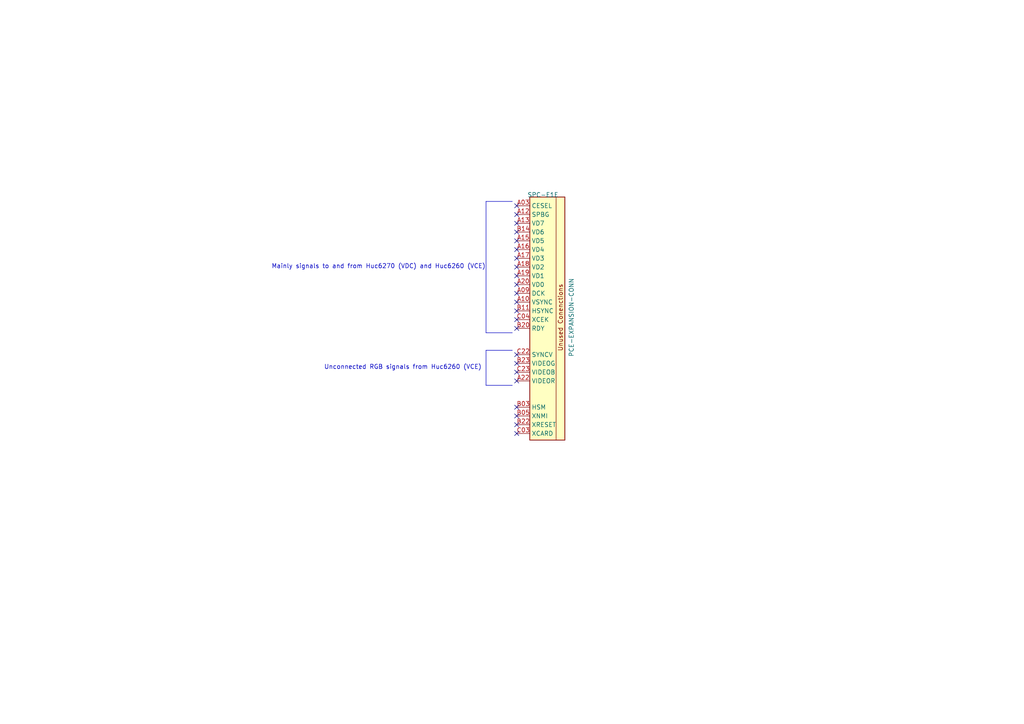
<source format=kicad_sch>
(kicad_sch (version 20231120) (generator "eeschema") (generator_version "8.0")
  (paper "A4")
  (title_block (title "NEC PC-Engine IFU-30") (date "2024-04-09") (rev "0.2") (comment 1 "Author: Regis Galland"))
  (lib_symbols
    (symbol "IFU-30:PCE-EXPANSION-CONN"
      (property "Reference" "SPC-E" (at 7.874 3.81 0))
      (property "Value" "PCE-EXPANSION-CONN" (at 7.874 5.715 0))
      (symbol "PCE-EXPANSION-CONN_1_0"
        (polyline (pts (xy 8.89 2.54) (xy 8.89 -53.34)) (stroke (width 0.1524)))
      )
      (symbol "PCE-EXPANSION-CONN_1_1"
        (rectangle (start 3.81 2.54) (end 11.43 -53.34) (stroke (width 0.254)) (fill (type background)))
        (text "Address Bus" (at 10.16 -24.892 900) (effects (font (size 1.27 1.27))))
        (pin passive line (at 0 -45.72 0) (length 3.81) (name "A18") (number "A04"))
        (pin passive line (at 0 -35.56 0) (length 3.81) (name "A14") (number "A05"))
        (pin passive line (at 0 -22.86 0) (length 3.81) (name "A9") (number "A06"))
        (pin passive line (at 0 -25.4 0) (length 3.81) (name "A10") (number "A07"))
        (pin passive line (at 0 -20.32 0) (length 3.81) (name "A8") (number "B06"))
        (pin passive line (at 0 0 0) (length 3.81) (name "A0") (number "B12"))
        (pin passive line (at 0 -5.08 0) (length 3.81) (name "A2") (number "B13"))
        (pin passive line (at 0 -12.7 0) (length 3.81) (name "A5") (number "B15"))
        (pin passive line (at 0 -17.78 0) (length 3.81) (name "A7") (number "B16"))
        (pin passive line (at 0 -30.48 0) (length 3.81) (name "A12") (number "B17"))
        (pin passive line (at 0 -40.64 0) (length 3.81) (name "A16") (number "B18"))
        (pin passive line (at 0 -50.8 0) (length 3.81) (name "A20") (number "B19"))
        (pin passive line (at 0 -43.18 0) (length 3.81) (name "A17") (number "C05"))
        (pin passive line (at 0 -33.02 0) (length 3.81) (name "A13") (number "C06"))
        (pin passive line (at 0 -27.94 0) (length 3.81) (name "A11") (number "C07"))
        (pin passive line (at 0 -2.54 0) (length 3.81) (name "A1") (number "C13"))
        (pin passive line (at 0 -7.62 0) (length 3.81) (name "A3") (number "C14"))
        (pin passive line (at 0 -10.16 0) (length 3.81) (name "A4") (number "C15"))
        (pin passive line (at 0 -15.24 0) (length 3.81) (name "A6") (number "C16"))
        (pin passive line (at 0 -38.1 0) (length 3.81) (name "A15") (number "C18"))
        (pin passive line (at 0 -48.26 0) (length 3.81) (name "A19") (number "C19"))
      )
      (symbol "PCE-EXPANSION-CONN_2_1"
        (rectangle (start 3.81 2.54) (end 10.795 -10.16) (stroke (width 0.254)) (fill (type background)))
        (pin passive line (at 0 0 0) (length 3.81) (name "SNDL") (number "A01"))
        (pin passive line (at 0 -7.62 0) (length 3.81) (name "VID") (number "A23"))
        (pin passive line (at 0 -2.54 0) (length 3.81) (name "SNDIN") (number "B01"))
        (pin passive line (at 0 -5.08 0) (length 3.81) (name "SNDR") (number "C01"))
      )
      (symbol "PCE-EXPANSION-CONN_3_0"
        (polyline (pts (xy 8.89 2.54) (xy 8.89 -35.56) (xy 8.89 -35.56)) (stroke (width 0.1524)))
        (text "Data Bus + Control Signals" (at 10.414 -16.002 900) (effects (font (size 1.27 1.27))))
      )
      (symbol "PCE-EXPANSION-CONN_3_1"
        (rectangle (start 3.81 2.54) (end 11.43 -35.56) (stroke (width 0.254)) (fill (type background)))
        (pin passive line (at 0 -8.89 0) (length 3.81) (name "D1") (number "A08"))
        (pin passive line (at 0 -33.02 0) (length 3.81) (name "XB") (number "B02"))
        (pin passive line (at 0 0 0) (length 3.81) (name "WR") (number "B04"))
        (pin passive line (at 0 -2.54 0) (length 3.81) (name "RD") (number "B07"))
        (pin passive line (at 0 -6.35 0) (length 3.81) (name "D0") (number "B08"))
        (pin passive line (at 0 -13.97 0) (length 3.81) (name "D3") (number "B09"))
        (pin passive line (at 0 -19.05 0) (length 3.81) (name "D5") (number "B10"))
        (pin passive line (at 0 -30.48 0) (length 3.81) (name "IRQ2") (number "B21"))
        (pin passive line (at 0 -11.43 0) (length 3.81) (name "D2") (number "C09"))
        (pin passive line (at 0 -16.51 0) (length 3.81) (name "D4") (number "C10"))
        (pin passive line (at 0 -21.59 0) (length 3.81) (name "D6") (number "C11"))
        (pin passive line (at 0 -24.13 0) (length 3.81) (name "D7") (number "C12"))
      )
      (symbol "PCE-EXPANSION-CONN_4_0"
        (text "Power" (at 14.605 0 0) (effects (font (size 1.27 1.27))))
      )
      (symbol "PCE-EXPANSION-CONN_4_1"
        (rectangle (start 3.81 2.54) (end 26.67 -10.16) (stroke (width 0.254)) (fill (type background)))
        (pin passive line (at 30.48 -2.54 180) (length 3.81) (name "VOUT") (number "A02"))
        (pin passive line (at 0 0 0) (length 3.81) (name "VIN") (number "A11"))
        (pin passive line (at 0 -2.54 0) (length 3.81) (name "VIN") (number "A14"))
        (pin passive line (at 6.35 -13.97 90) (length 3.81) (name "GNDA") (number "A21"))
        (pin passive line (at 24.13 -13.97 90) (length 3.81) (name "CDD") (number "B2"))
        (pin passive line (at 8.89 -13.97 90) (length 3.81) (name "GNDA") (number "C02"))
        (pin passive line (at 13.97 -13.97 90) (length 3.81) (name "GNDD") (number "C08"))
        (pin passive line (at 16.51 -13.97 90) (length 3.81) (name "GNDD") (number "C17"))
        (pin passive line (at 19.05 -13.97 90) (length 3.81) (name "GNDD") (number "C20"))
        (pin passive line (at 30.48 0 180) (length 3.81) (name "VOUT") (number "C21"))
      )
      (symbol "PCE-EXPANSION-CONN_5_0"
        (polyline (pts (xy 11.43 2.54) (xy 11.43 -67.945)) (stroke (width 0.1524)))
      )
      (symbol "PCE-EXPANSION-CONN_5_1"
        (rectangle (start 3.81 2.54) (end 13.97 -67.945) (stroke (width 0.254)) (fill (type background)))
        (text "Unused Conenctions" (at 12.7 -32.385 900) (effects (font (size 1.27 1.27))))
        (pin passive line (at 0 0 0) (length 3.81) (name "CESEL") (number "A03"))
        (pin passive line (at 0 -25.4 0) (length 3.81) (name "DCK") (number "A09"))
        (pin passive line (at 0 -27.94 0) (length 3.81) (name "VSYNC") (number "A10"))
        (pin passive line (at 0 -2.54 0) (length 3.81) (name "SPBG") (number "A12"))
        (pin passive line (at 0 -5.08 0) (length 3.81) (name "VD7") (number "A13"))
        (pin passive line (at 0 -10.16 0) (length 3.81) (name "VD5") (number "A15"))
        (pin passive line (at 0 -12.7 0) (length 3.81) (name "VD4") (number "A16"))
        (pin passive line (at 0 -15.24 0) (length 3.81) (name "VD3") (number "A17"))
        (pin passive line (at 0 -17.78 0) (length 3.81) (name "VD2") (number "A18"))
        (pin passive line (at 0 -20.32 0) (length 3.81) (name "VD1") (number "A19"))
        (pin passive line (at 0 -22.86 0) (length 3.81) (name "VD0") (number "A20"))
        (pin passive line (at 0 -50.8 0) (length 3.81) (name "VIDEOR") (number "A22"))
        (pin passive line (at 0 -58.42 0) (length 3.81) (name "HSM") (number "B03"))
        (pin passive line (at 0 -60.96 0) (length 3.81) (name "XNMI") (number "B05"))
        (pin passive line (at 0 -30.48 0) (length 3.81) (name "HSYNC") (number "B11"))
        (pin passive line (at 0 -7.62 0) (length 3.81) (name "VD6") (number "B14"))
        (pin passive line (at 0 -35.56 0) (length 3.81) (name "RDY") (number "B20"))
        (pin passive line (at 0 -63.5 0) (length 3.81) (name "XRESET") (number "B22"))
        (pin passive line (at 0 -45.72 0) (length 3.81) (name "VIDEOG") (number "B23"))
        (pin passive line (at 0 -66.04 0) (length 3.81) (name "XCARD") (number "C03"))
        (pin passive line (at 0 -33.02 0) (length 3.81) (name "XCEK") (number "C04"))
        (pin passive line (at 0 -43.18 0) (length 3.81) (name "SYNCV") (number "C22"))
        (pin passive line (at 0 -48.26 0) (length 3.81) (name "VIDEOB") (number "C23"))
      )
    )
  )
  (no_connect (at 149.86 120.65))
  (no_connect (at 149.86 80.01))
  (no_connect (at 149.86 59.69))
  (no_connect (at 149.86 90.17))
  (no_connect (at 149.86 64.77))
  (no_connect (at 149.86 118.11))
  (no_connect (at 149.86 72.39))
  (no_connect (at 149.86 123.19))
  (no_connect (at 149.86 105.41))
  (no_connect (at 149.86 62.23))
  (no_connect (at 149.86 67.31))
  (no_connect (at 149.86 95.25))
  (no_connect (at 149.86 92.71))
  (no_connect (at 149.86 77.47))
  (no_connect (at 149.86 82.55))
  (no_connect (at 149.86 110.49))
  (no_connect (at 149.86 85.09))
  (no_connect (at 149.86 87.63))
  (no_connect (at 149.86 69.85))
  (no_connect (at 149.86 102.87))
  (no_connect (at 149.86 125.73))
  (no_connect (at 149.86 107.95))
  (no_connect (at 149.86 74.93))
  (polyline (pts (xy 148.59 101.6) (xy 140.97 101.6)))
  (polyline (pts (xy 140.97 111.76) (xy 148.59 111.76)))
  (polyline (pts (xy 140.97 96.52) (xy 148.59 96.52)))
  (polyline (pts (xy 148.59 58.42) (xy 140.97 58.42)))
  (polyline (pts (xy 140.97 58.42) (xy 140.97 96.52)))
  (polyline (pts (xy 140.97 101.6) (xy 140.97 111.76)))
  (text "Unconnected RGB signals from Huc6260 (VCE)" (at 93.98 107.315 0) (effects (font (size 1.27 1.27)) (justify left bottom)))
  (text "Mainly signals to and from Huc6270 (VDC) and Huc6260 (VCE)" (at 78.74 78.105 0) (effects (font (size 1.27 1.27)) (justify left bottom)))
  (symbol (lib_id "IFU-30:PCE-EXPANSION-CONN") (at 149.86 59.69 0) (unit 5)
    (property "Reference" "SPC-E1" (at 157.48 56.515 0))
    (property "Value" "PCE-EXPANSION-CONN" (at 165.735 92.075 90))
    (property "Footprint" "IFU-30:PinSocket_3x23_P2.54mm_Horizontal" (effects (hide yes)))
  )
)
</source>
